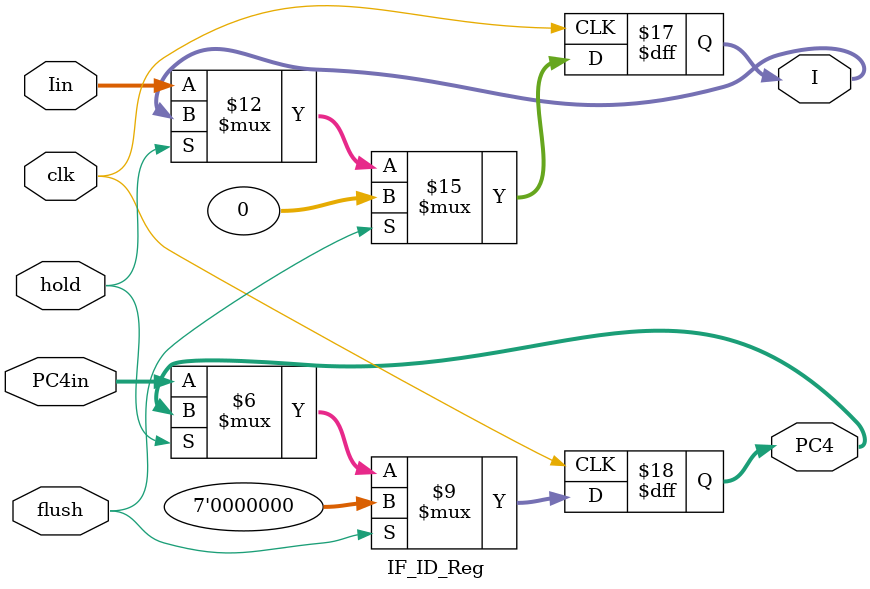
<source format=v>
module IF_ID_Reg(PC4in, PC4, Iin, I, clk, flush, hold);
   input clk, flush, hold;
   input [6:0] PC4in;
   input [31:0] Iin;
   output reg [6:0] PC4;
   output reg [31:0] I;

   initial begin
      I = 0;
   end

   always @ (posedge clk) begin
      if (flush == 1'b1) begin
         PC4 <= 7'b0;
         I <= 32'b0;
      end
      else if (hold == 1'b1) begin
      end
      else begin
         PC4 <= PC4in;
         I <= Iin;
      end
   end

endmodule // IF_ID_Reg

</source>
